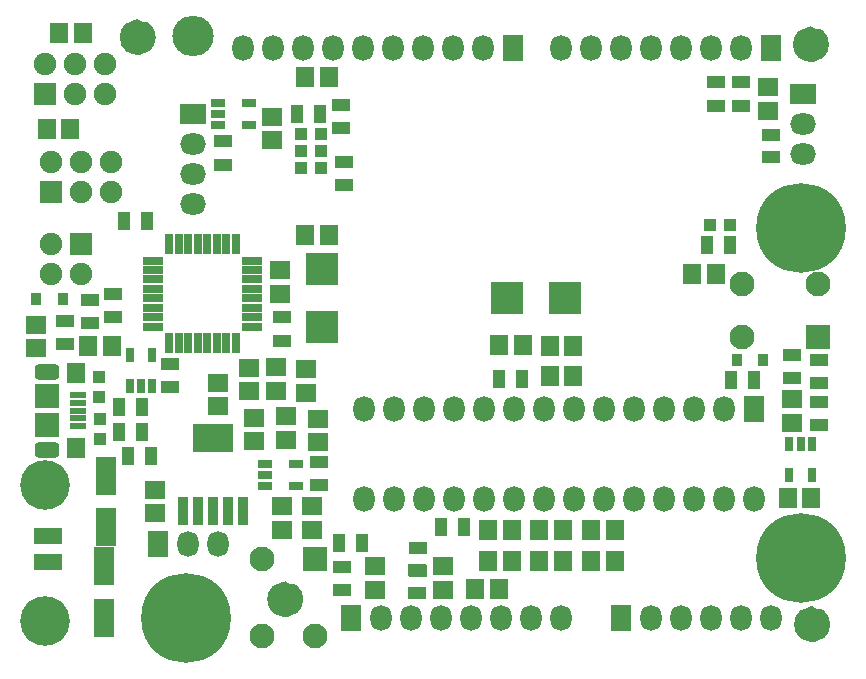
<source format=gts>
G04*
G04 #@! TF.GenerationSoftware,Altium Limited,Altium Designer,24.5.2 (23)*
G04*
G04 Layer_Color=8388736*
%FSLAX42Y42*%
%MOMM*%
G71*
G04*
G04 #@! TF.SameCoordinates,800EA35B-6491-4ADE-9D72-18F2112E8D14*
G04*
G04*
G04 #@! TF.FilePolarity,Negative*
G04*
G01*
G75*
%ADD35C,1.55*%
%ADD36R,1.55X1.00*%
%ADD37R,1.00X1.55*%
%ADD38R,0.93X1.13*%
%ADD39R,1.45X0.50*%
%ADD40R,1.50X1.70*%
%ADD41R,2.00X2.00*%
%ADD42R,1.75X1.55*%
%ADD43R,1.55X1.75*%
%ADD44R,0.86X2.40*%
%ADD45R,3.40X2.40*%
%ADD46R,2.70X2.80*%
%ADD47R,2.80X2.70*%
%ADD48R,1.30X0.80*%
%ADD49R,0.80X1.30*%
%ADD50R,1.80X3.20*%
%ADD51R,2.40X1.40*%
%ADD52R,1.00X1.00*%
%ADD53R,0.67X1.67*%
%ADD54R,1.67X0.67*%
%ADD55R,1.05X1.05*%
%ADD56C,2.10*%
%ADD57R,2.10X2.10*%
%ADD58O,2.20X1.80*%
%ADD59R,2.20X1.80*%
%ADD60O,1.80X2.20*%
%ADD61R,1.80X2.20*%
G04:AMPARAMS|DCode=62|XSize=2.1mm|YSize=1.3mm|CornerRadius=0.35mm|HoleSize=0mm|Usage=FLASHONLY|Rotation=0.000|XOffset=0mm|YOffset=0mm|HoleType=Round|Shape=RoundedRectangle|*
%AMROUNDEDRECTD62*
21,1,2.10,0.60,0,0,0.0*
21,1,1.40,1.30,0,0,0.0*
1,1,0.70,0.70,-0.30*
1,1,0.70,-0.70,-0.30*
1,1,0.70,-0.70,0.30*
1,1,0.70,0.70,0.30*
%
%ADD62ROUNDEDRECTD62*%
%ADD63R,1.90X1.90*%
%ADD64C,1.90*%
%ADD65O,3.50X3.40*%
%ADD66C,4.20*%
%ADD67C,7.60*%
%ADD68R,2.10X2.10*%
D35*
X2317Y411D02*
G03*
X2317Y411I-77J0D01*
G01*
X1068Y5170D02*
G03*
X1068Y5170I-77J0D01*
G01*
X6778Y200D02*
G03*
X6778Y200I-77J0D01*
G01*
X6768Y5110D02*
G03*
X6768Y5110I-77J0D01*
G01*
D36*
X1710Y4092D02*
D03*
Y4288D02*
D03*
X2714Y4598D02*
D03*
Y4403D02*
D03*
X2740Y3922D02*
D03*
Y4117D02*
D03*
X2210Y2798D02*
D03*
Y2602D02*
D03*
X5890Y4788D02*
D03*
Y4592D02*
D03*
X6100D02*
D03*
Y4788D02*
D03*
X6350Y4347D02*
D03*
Y4153D02*
D03*
X2524Y1380D02*
D03*
Y1575D02*
D03*
X375Y2573D02*
D03*
Y2768D02*
D03*
X6530Y2478D02*
D03*
Y2283D02*
D03*
X3361Y653D02*
D03*
Y848D02*
D03*
X3360Y465D02*
D03*
Y660D02*
D03*
X785Y2804D02*
D03*
Y2999D02*
D03*
X6760Y1889D02*
D03*
Y2084D02*
D03*
X590Y2949D02*
D03*
Y2754D02*
D03*
X6760Y2440D02*
D03*
Y2245D02*
D03*
X2720Y493D02*
D03*
Y688D02*
D03*
X1266Y2210D02*
D03*
Y2405D02*
D03*
D37*
X1030Y2040D02*
D03*
X835D02*
D03*
X831Y1827D02*
D03*
X1026D02*
D03*
X1108Y1627D02*
D03*
X913D02*
D03*
X3562Y1020D02*
D03*
X3758D02*
D03*
X2342Y4520D02*
D03*
X2537D02*
D03*
X4053Y2280D02*
D03*
X4247D02*
D03*
X5812Y3410D02*
D03*
X6007D02*
D03*
X2692Y890D02*
D03*
X2888D02*
D03*
X6207Y2268D02*
D03*
X6012D02*
D03*
X875Y3619D02*
D03*
X1070D02*
D03*
D38*
X134Y2956D02*
D03*
X357D02*
D03*
X6285Y2439D02*
D03*
X6062D02*
D03*
D39*
X487Y2140D02*
D03*
Y2075D02*
D03*
Y2010D02*
D03*
Y1945D02*
D03*
Y1880D02*
D03*
D40*
X465Y2330D02*
D03*
Y1690D02*
D03*
D41*
X220Y2130D02*
D03*
Y1890D02*
D03*
D42*
X6330Y4750D02*
D03*
Y4550D02*
D03*
X2414Y2360D02*
D03*
Y2160D02*
D03*
X1672Y2246D02*
D03*
Y2046D02*
D03*
X1140Y1340D02*
D03*
Y1140D02*
D03*
X2210Y1200D02*
D03*
Y1000D02*
D03*
X1980Y1950D02*
D03*
Y1750D02*
D03*
X2158Y2175D02*
D03*
Y2375D02*
D03*
X2200Y3000D02*
D03*
Y3200D02*
D03*
X1931Y2174D02*
D03*
Y2374D02*
D03*
X2517Y1740D02*
D03*
Y1940D02*
D03*
X3000Y490D02*
D03*
Y690D02*
D03*
X3580D02*
D03*
Y490D02*
D03*
X2126Y4299D02*
D03*
Y4499D02*
D03*
X2250Y1760D02*
D03*
Y1960D02*
D03*
X132Y2538D02*
D03*
Y2738D02*
D03*
X6528Y1908D02*
D03*
Y2108D02*
D03*
X2470Y1000D02*
D03*
Y1200D02*
D03*
D43*
X420Y4390D02*
D03*
X220D02*
D03*
X5030Y1000D02*
D03*
X4830D02*
D03*
X2610Y4830D02*
D03*
X2410D02*
D03*
X3960Y740D02*
D03*
X4160D02*
D03*
X5684Y3170D02*
D03*
X5884D02*
D03*
X5030Y740D02*
D03*
X4830D02*
D03*
X4390D02*
D03*
X4590D02*
D03*
X2610Y3500D02*
D03*
X2410D02*
D03*
X4050Y500D02*
D03*
X3850D02*
D03*
X326Y5208D02*
D03*
X526D02*
D03*
X4480Y2300D02*
D03*
X4680D02*
D03*
X4160Y1000D02*
D03*
X3960D02*
D03*
X4590D02*
D03*
X4390D02*
D03*
X4250Y2563D02*
D03*
X4050D02*
D03*
X4480Y2560D02*
D03*
X4680D02*
D03*
X6496Y1272D02*
D03*
X6696D02*
D03*
X570Y2559D02*
D03*
X770D02*
D03*
D44*
X1372Y1161D02*
D03*
X1499D02*
D03*
X1626D02*
D03*
X1753D02*
D03*
X1880D02*
D03*
D45*
X1626Y1781D02*
D03*
D46*
X4605Y2960D02*
D03*
X4115D02*
D03*
D47*
X2550Y2720D02*
D03*
Y3210D02*
D03*
D48*
X1930Y4425D02*
D03*
Y4615D02*
D03*
X1670Y4425D02*
D03*
Y4520D02*
D03*
Y4615D02*
D03*
X2330Y1370D02*
D03*
Y1560D02*
D03*
X2070Y1370D02*
D03*
Y1465D02*
D03*
Y1560D02*
D03*
D49*
X1113Y2481D02*
D03*
X923D02*
D03*
X1113Y2221D02*
D03*
X1018D02*
D03*
X923D02*
D03*
X6509Y1465D02*
D03*
X6699D02*
D03*
X6509Y1725D02*
D03*
X6604D02*
D03*
X6699D02*
D03*
D50*
X720Y1020D02*
D03*
Y1460D02*
D03*
X710Y250D02*
D03*
Y690D02*
D03*
D51*
X230Y730D02*
D03*
Y950D02*
D03*
D52*
X2545Y4061D02*
D03*
X2375D02*
D03*
X6010Y3578D02*
D03*
X5840D02*
D03*
X2545Y4205D02*
D03*
X2375D02*
D03*
X2545Y4349D02*
D03*
X2375D02*
D03*
D53*
X1820Y2580D02*
D03*
X1740D02*
D03*
X1660D02*
D03*
X1580D02*
D03*
X1500D02*
D03*
X1420D02*
D03*
X1340D02*
D03*
X1260D02*
D03*
Y3420D02*
D03*
X1340D02*
D03*
X1420D02*
D03*
X1500D02*
D03*
X1580D02*
D03*
X1660D02*
D03*
X1740D02*
D03*
X1820D02*
D03*
D54*
X1120Y2720D02*
D03*
Y2800D02*
D03*
Y2880D02*
D03*
Y2960D02*
D03*
Y3040D02*
D03*
Y3120D02*
D03*
Y3200D02*
D03*
Y3280D02*
D03*
X1960D02*
D03*
Y3200D02*
D03*
Y3120D02*
D03*
Y3040D02*
D03*
Y2960D02*
D03*
Y2880D02*
D03*
Y2800D02*
D03*
Y2720D02*
D03*
D55*
X665Y2122D02*
D03*
Y2292D02*
D03*
X668Y1938D02*
D03*
Y1768D02*
D03*
D56*
X2045Y755D02*
D03*
X2495Y105D02*
D03*
X2045D02*
D03*
X6754Y3082D02*
D03*
X6104Y2632D02*
D03*
Y3082D02*
D03*
D57*
X2495Y755D02*
D03*
D58*
X6620Y4182D02*
D03*
Y4436D02*
D03*
X1460Y4270D02*
D03*
Y4016D02*
D03*
Y3762D02*
D03*
D59*
X6620Y4690D02*
D03*
X1460Y4524D02*
D03*
D60*
X5080Y5080D02*
D03*
X5334D02*
D03*
X5588D02*
D03*
X5842D02*
D03*
X6096D02*
D03*
X4572D02*
D03*
X4826D02*
D03*
X5334Y254D02*
D03*
X5588D02*
D03*
X5842D02*
D03*
X6096D02*
D03*
X6350D02*
D03*
X4064D02*
D03*
X3810D02*
D03*
X3556D02*
D03*
X3302D02*
D03*
X3048D02*
D03*
X4572D02*
D03*
X4318D02*
D03*
X1670Y880D02*
D03*
X1416D02*
D03*
X1880Y5080D02*
D03*
X2134D02*
D03*
X2388D02*
D03*
X2642D02*
D03*
X2896D02*
D03*
X3150D02*
D03*
X3404D02*
D03*
X3658D02*
D03*
X3912D02*
D03*
X5953Y2019D02*
D03*
X5699D02*
D03*
X5444D02*
D03*
X5190D02*
D03*
X4937D02*
D03*
X4683D02*
D03*
X4428D02*
D03*
X4174D02*
D03*
X3921D02*
D03*
X3667D02*
D03*
X3412D02*
D03*
X3158D02*
D03*
X2905D02*
D03*
X6206Y1257D02*
D03*
X5953D02*
D03*
X5699D02*
D03*
X5444D02*
D03*
X5190D02*
D03*
X4937D02*
D03*
X4683D02*
D03*
X4428D02*
D03*
X4174D02*
D03*
X3921D02*
D03*
X3667D02*
D03*
X3412D02*
D03*
X3158D02*
D03*
X2905D02*
D03*
D61*
X6350Y5080D02*
D03*
X5080Y254D02*
D03*
X2794D02*
D03*
X1162Y880D02*
D03*
X4166Y5080D02*
D03*
X6206Y2019D02*
D03*
D62*
X220Y2340D02*
D03*
Y1680D02*
D03*
D63*
X254Y3861D02*
D03*
X208Y4693D02*
D03*
X508Y3420D02*
D03*
D64*
Y3861D02*
D03*
X762D02*
D03*
X254Y4115D02*
D03*
X508D02*
D03*
X762D02*
D03*
X462Y4693D02*
D03*
X716D02*
D03*
X208Y4947D02*
D03*
X462D02*
D03*
X716D02*
D03*
X254Y3166D02*
D03*
X508D02*
D03*
X254Y3420D02*
D03*
D65*
X1460Y5180D02*
D03*
D66*
X210Y230D02*
D03*
Y1380D02*
D03*
D67*
X1397Y254D02*
D03*
X6604Y762D02*
D03*
Y3556D02*
D03*
D68*
X6754Y2632D02*
D03*
M02*

</source>
